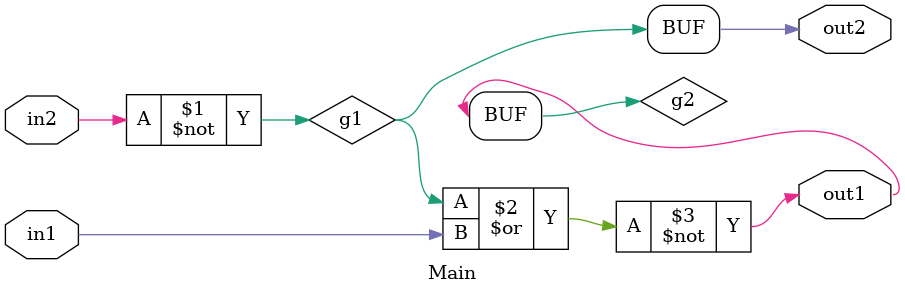
<source format=v>
module Main(in1, in2, out1, out2);
  output out1, out2;
  input in1, in2;  
  
  assign g1 = ~in2;
  assign g2 = g1 ~| in1;
  
  assign out1 = g2;
  assign out2 = g1;
  
  endmodule

</source>
